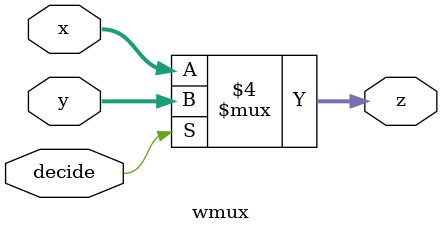
<source format=v>
`timescale 1ns / 1ps

module lab5(clk, wwreg, wm2reg,rs, rt, wn, d);
    input clk;
    wire mwreg;
    wire mm2reg;
    wire[4:0]three;
    wire[31:0]mr;
    wire[31:0]do;
    output wire wwreg;
    output wire wm2reg;
    wire[31:0]wr;
    wire[31:0]wdo;
    output wire[4:0]rs;
    output wire[4:0]rt;
    output wire[4:0]wn;
    output wire[31:0]d;
    
    reg[31:0] pc;
    wire[31:0] inst_do;
    wire[5:0] op;
    wire[5:0] func;
    wire[4:0] rd;
    wire[15:0] imm;
    wire wreg;
    wire m2reg;
    wire wmem;
    wire[3:0]aluc;
    wire aluimm;
    wire regrt;
    wire[4:0]five;
    wire[31:0]qa;
    wire[31:0]qb;
    wire[31:0]extended;
    wire ewreg;
    wire em2reg;
    wire ewmem;
    wire[3:0]ealuc;
    wire ealuimm;
    wire [4:0]four;
    wire[31:0]eqa;
    wire[31:0]eqb;
    wire[31:0]eextended;
    wire[31:0]b;
    wire [31:0]r;
    wire mwmem;
    wire [31:0]di;
    initial begin
        pc = 100;
    end
    always @(posedge clk) begin
        pc <= pc + 32'd4;
    end
    instruction_memory instmem(pc, inst_do, clk);
    ifid ifid1(clk, inst_do, op, func, rd, rt, rs, imm);
    control_unit ctrl(op, func, wreg, m2reg, wmem, aluc, aluimm, regrt);
    multiplexer_short mux1(rd, rt, regrt, five);
    regfile reg1(clk, wwreg, rs, rt, wn, d, qa, qb);
    sign_extension extention(imm, extended);
    idexe idexe1(clk, wreg,m2reg,wmem, aluc, aluimm, five, qa, qb, extended, ewreg, em2reg, ewmem, ealuc, ealuimm, four, eqa, eqb, eextended);
    multiplexer_long mux2(eqb, eextended, ealuimm, b);
    ALU alu1(eqa, b, ealuc, r);
    exemem exemem1(clk, ewreg, em2reg, ewmem, four, r, eqb, mwreg, mm2reg, mwmem, three, mr, di);
    data_memory dm1(mwmem, mr, di, do);
    memwb memwb1(clk, mwreg, mm2reg, three, mr, do, wwreg, wm2reg, wn, wr, wdo);
    wmux mux3(wr, wdo , wm2reg, d);
endmodule



module instruction_memory(a, do, clk);
    input [31:0]a;
    input clk;
    output reg[31:0]do;
    reg[7:0] memory[0:255];
    initial begin
        memory[100] = 8'b10001100;
        memory[101] = 8'b00100010;
        memory[102] = 8'b00000000;
        memory[103] = 8'b00000000;
        
        memory[104] = 8'b10001100;
        memory[105] = 8'b00100011;
        memory[106] = 8'b00000000;
        memory[107] = 8'b00000100;
        
        memory[108] = 8'b10001100;
        memory[109] = 8'b00100100;
        memory[110] = 8'b00000000;
        memory[111] = 8'b00001000;
        
        memory[112] = 8'b10001100;
        memory[113] = 8'b00100101;
        memory[114] = 8'b00000000;
        memory[115] = 8'b00001100;
        
        memory[116] = 8'b00000000;
        memory[117] = 8'b01001010;
        memory[118] = 8'b00110000;
        memory[119] = 8'b00100000; 
    end
    always @(posedge clk) begin
        do = {memory[a], memory[a+1], memory[a+2], memory[a+3]};
    end
endmodule

module ifid(clk, do, op, func, rd, rt, rs, imm);
    input clk;
    input [31:0]do;
    output reg[5:0]op;
    output reg[5:0] func;
    output reg[4:0]rd;
    output reg[4:0]rt;
    output reg[4:0]rs;
    output reg[15:0]imm;
    always @(posedge clk) begin
        op <= do[31:26];
        rs <= do[25:21];
        rt <= do[20:16];
        rd <= do[15:11];
        imm <= do[15:0];
        func <= do[5:0];
    end
endmodule

module multiplexer_short(x, y, decide, z);
    input[4:0]x;
    input[4:0]y;
    input decide;
    output reg[4:0]z;
    always @(*)
        if (decide == 1'b0)
            z <= x;
        else
            z <= y;
endmodule

module sign_extension(in, extended);
    input[15:0] in;
    output reg [31:0] extended;
    always@(in) begin
        extended[31:0] <= { {16{in[15]}}, in[15:0] };
    end
endmodule

module control_unit(op, func, wreg, m2reg, wmem, aluc, aluimm, regrt);
    input [5:0] op;
    input [5:0] func;
    output reg wreg;
    output reg m2reg;
    output reg wmem;
    output reg[3:0] aluc;
    output reg aluimm;
    output reg regrt;
    always@(*) 
        case(op)
        6'b000000: begin
            wreg <= 1'b1;
            m2reg <= 1'b0;
            wmem <= 1'b0;
            aluc <= 4'b0010;
            aluimm <= 1'b0;
            regrt <= 1'b0;
        end
        6'b100011: begin
            wreg <= 1'b1;
            m2reg <= 1'b1;
            wmem <= 1'b0;
            aluc <= 4'b0010;
            aluimm <= 1'b1;
            regrt <= 1'b1;
        end
    endcase    
endmodule

module regfile(clk, we, rna, rnb, wn, d, qa, qb);
    input clk;
    input we;
    input [4:0]rna;
    input [4:0]rnb;
    input [4:0] wn;
    input [31:0]d;
    output reg[31:0]qa;
    output reg[31:0]qb;
    reg [31:0] registers [31:0];
    initial begin
        registers[0] <= 32'd0;
        registers[1] <= 32'd0;
        registers[2] <= 32'h10000011;
        registers[3] <= 32'h20000022;
        registers[4] <= 32'h30000033;
        registers[5] <= 32'h40000044;
        registers[6] <= 32'h50000055;
        registers[7] <= 32'h60000066;
        registers[8] <= 32'h70000077;
        registers[9] <= 32'h80000088;
        registers[10] <= 32'h90000099;
    end
    always @(*) begin
        if (we == 1) begin
            registers[wn] = d;
        end
        qa = registers[rna];
        qb = registers[rnb];
    end
endmodule

module idexe(clk, wreg,m2reg,wmem,aluc, aluimm, four, qa, qb, extend, ewreg, em2reg, ewmem, ealuc, ealuimm, ethree, eqa, eqb, eextend);
    input clk;
    input wreg;
    input m2reg;
    input wmem;
    input [3:0] aluc;
    input aluimm;
    input [4:0]four;
    input [31:0]qa;
    input [31:0]qb;
    input [31:0]extend;
    output reg ewreg;
    output reg em2reg;
    output reg ewmem;
    output reg[3:0]ealuc;
    output reg ealuimm;
    output reg[4:0]ethree;
    output reg[31:0] eqa;
    output reg[31:0] eqb;
    output reg[31:0] eextend;
    always @(posedge clk) begin
        ewreg <= wreg;
        em2reg <= m2reg;
        ewmem <= wmem;
        ealuc <= aluc;
        ealuimm <= aluimm;
        ethree <= four;
        eqa <= qa;
        eqb <= qb;
        eextend <= extend;
    end 
endmodule

module multiplexer_long(x, y, decide, z);
    input[31:0]x;
    input[31:0]y;
    input decide;
    output reg[31:0]z;
    always @(*)
        if (decide == 1'b0)
            z <= x;
        else
            z <= y;
endmodule

module ALU(a, b, aluc, r);
    input [31:0]a;
    input [31:0]b;
    input [3:0]aluc;
    output reg[31:0]r;
    always@(*) begin
        case(aluc)
            0: r <= b&a;
            1: r <= b|a;
            2: r <= b+a; 
            6: r <= a-b;
            7: r <= a < b ? 1:0;
            12: r <= ~(a|b);
            15: r <= a^b;
        endcase  
    end
endmodule

module exemem(clk, ewreg, em2reg, ewmem, ethree, r, eqb, mwreg, mm2reg, mwmem, mtwo, mr, di);
    input clk;
    input ewreg;
    input em2reg;
    input ewmem;
    input [4:0] ethree;
    input [31:0] r;
    input [31:0] eqb;
    output reg mwreg;
    output reg mm2reg;
    output reg mwmem;
    output reg[4:0]mtwo;
    output reg[31:0]mr;
    output reg[31:0]di;
    always @(posedge clk) begin
        mwreg <= ewreg;
        mm2reg <= em2reg;
        mwmem <= ewmem;
        mtwo <= ethree;
        mr <= r;
        di <= eqb;        
    end
endmodule

module data_memory(we, a, di, do);
    input we;
    input [31:0] a;
    input [31:0] di;
    output reg[31:0] do;
    reg[7:0]datamem[255:0];
    initial begin
        datamem[0] = 'hA00000AA;
        datamem[4] = 'h10000011;
        datamem[8] = 'h20000022;    
        datamem[12] = 'h30000033;
        datamem[16] = 'h40000044;
        datamem[20] = 'h50000055;
        datamem[24] = 'h60000066;
        datamem[28] = 'h70000077;
        datamem[32] = 'h80000088;
        datamem[36] = 'h90000099;
    end
    always @(*) begin
        if(we == 0)begin
            do = datamem[a];
        end
        if(we == 1)begin
            datamem[di] = datamem[a];
        end
    end
endmodule

module memwb(clk, mwreg, mm2reg, mtwo, mr, do, wwreg, wm2reg, wone, wr, wdo);
    input clk;
    input mwreg;
    input mm2reg;
    input [4:0]mtwo;
    input [31:0]mr;
    input [31:0]do;
    output reg wwreg;
    output reg wm2reg;
    output reg[4:0]wone;
    output reg[31:0]wr;
    output reg[31:0]wdo;
    always @(posedge clk) begin
        wwreg <= mwreg;
        wm2reg <= mm2reg;
        wone <= mtwo;
        wr <= mr;
        wdo <= do;
    end
endmodule

module wmux(x, y , decide, z);
    input[31:0]x;
    input[31:0]y;
    input decide;
    output reg[31:0]z;
    always @(*)
        if (decide == 1'b0)
            z <= x;
        else
            z <= y;
endmodule
</source>
